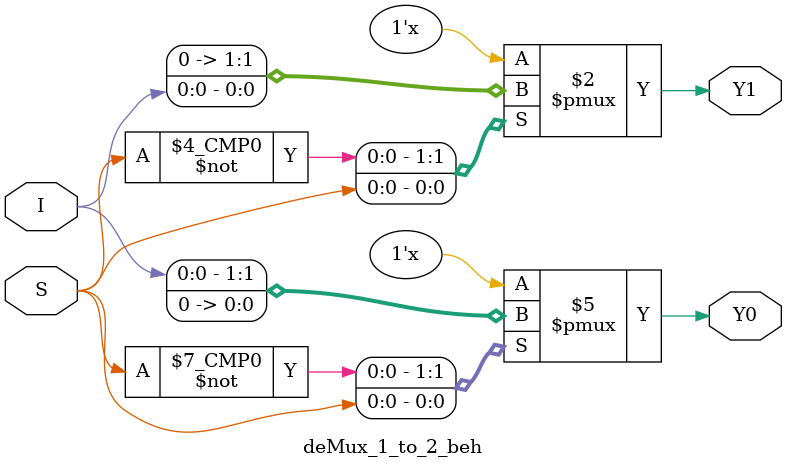
<source format=v>


module deMux_1_to_2_beh(I, S, Y0, Y1);
input I; input S;
output Y0, Y1; reg Y0, Y1;
always @ (I or S)
begin
case(S)
1'b0 : begin Y0 = I; Y1 = 0; end
1'b1 : begin Y1 = I; Y0 = 0; end
endcase
end
endmodule
</source>
